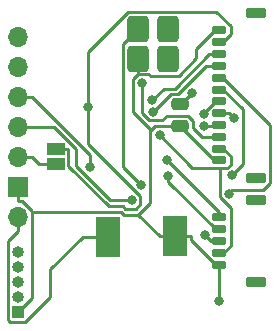
<source format=gbr>
%TF.GenerationSoftware,KiCad,Pcbnew,(7.0.0-0)*%
%TF.CreationDate,2023-03-02T20:45:30+01:00*%
%TF.ProjectId,OpenKNXiaO-Mini,4f70656e-4b4e-4586-9961-4f2d4d696e69,1.3*%
%TF.SameCoordinates,Original*%
%TF.FileFunction,Copper,L1,Top*%
%TF.FilePolarity,Positive*%
%FSLAX46Y46*%
G04 Gerber Fmt 4.6, Leading zero omitted, Abs format (unit mm)*
G04 Created by KiCad (PCBNEW (7.0.0-0)) date 2023-03-02 20:45:30*
%MOMM*%
%LPD*%
G01*
G04 APERTURE LIST*
G04 Aperture macros list*
%AMRoundRect*
0 Rectangle with rounded corners*
0 $1 Rounding radius*
0 $2 $3 $4 $5 $6 $7 $8 $9 X,Y pos of 4 corners*
0 Add a 4 corners polygon primitive as box body*
4,1,4,$2,$3,$4,$5,$6,$7,$8,$9,$2,$3,0*
0 Add four circle primitives for the rounded corners*
1,1,$1+$1,$2,$3*
1,1,$1+$1,$4,$5*
1,1,$1+$1,$6,$7*
1,1,$1+$1,$8,$9*
0 Add four rect primitives between the rounded corners*
20,1,$1+$1,$2,$3,$4,$5,0*
20,1,$1+$1,$4,$5,$6,$7,0*
20,1,$1+$1,$6,$7,$8,$9,0*
20,1,$1+$1,$8,$9,$2,$3,0*%
G04 Aperture macros list end*
%TA.AperFunction,EtchedComponent*%
%ADD10C,0.100000*%
%TD*%
%TA.AperFunction,SMDPad,CuDef*%
%ADD11RoundRect,0.150000X0.475000X-0.150000X0.475000X0.150000X-0.475000X0.150000X-0.475000X-0.150000X0*%
%TD*%
%TA.AperFunction,SMDPad,CuDef*%
%ADD12RoundRect,0.225000X0.625000X-0.225000X0.625000X0.225000X-0.625000X0.225000X-0.625000X-0.225000X0*%
%TD*%
%TA.AperFunction,SMDPad,CuDef*%
%ADD13R,1.500000X1.000000*%
%TD*%
%TA.AperFunction,SMDPad,CuDef*%
%ADD14R,2.000000X3.500000*%
%TD*%
%TA.AperFunction,SMDPad,CuDef*%
%ADD15RoundRect,0.250000X-0.475000X0.250000X-0.475000X-0.250000X0.475000X-0.250000X0.475000X0.250000X0*%
%TD*%
%TA.AperFunction,ComponentPad*%
%ADD16R,1.000000X1.000000*%
%TD*%
%TA.AperFunction,ComponentPad*%
%ADD17O,1.000000X1.000000*%
%TD*%
%TA.AperFunction,ComponentPad*%
%ADD18O,1.700000X1.700000*%
%TD*%
%TA.AperFunction,ComponentPad*%
%ADD19R,1.700000X1.700000*%
%TD*%
%TA.AperFunction,ComponentPad*%
%ADD20RoundRect,0.270000X-0.630000X-0.830000X0.630000X-0.830000X0.630000X0.830000X-0.630000X0.830000X0*%
%TD*%
%TA.AperFunction,ViaPad*%
%ADD21C,0.800000*%
%TD*%
%TA.AperFunction,Conductor*%
%ADD22C,0.250000*%
%TD*%
G04 APERTURE END LIST*
D10*
%TO.C,REF42*%
X127930000Y-116380000D02*
X127930000Y-116380000D01*
%TD*%
D11*
%TO.P,J5,1,Pin_1*%
%TO.N,KNX_GND*%
X130185000Y-121340000D03*
%TO.P,J5,2,Pin_2*%
%TO.N,S_3V3*%
X130185000Y-120340000D03*
%TO.P,J5,3,Pin_3*%
%TO.N,SWCLK*%
X130185000Y-119340000D03*
%TO.P,J5,4,Pin_4*%
%TO.N,SWDIO*%
X130185000Y-118340000D03*
%TO.P,J5,5,Pin_5*%
%TO.N,RESET*%
X130185000Y-117340000D03*
D12*
%TO.P,J5,MP*%
%TO.N,N/C*%
X133310000Y-122790000D03*
X133310000Y-115890000D03*
%TD*%
D11*
%TO.P,J7,1,Pin_1*%
%TO.N,KNX_GND*%
X130185000Y-112525000D03*
%TO.P,J7,2,Pin_2*%
%TO.N,S_3V3*%
X130185000Y-111525000D03*
%TO.P,J7,3,Pin_3*%
%TO.N,KNX_5V*%
X130185000Y-110525000D03*
%TO.P,J7,4,Pin_4*%
%TO.N,D1*%
X130185000Y-109525000D03*
%TO.P,J7,5,Pin_5*%
%TO.N,D2*%
X130185000Y-108525000D03*
%TO.P,J7,6,Pin_6*%
%TO.N,D3*%
X130185000Y-107525000D03*
%TO.P,J7,7,Pin_7*%
%TO.N,D4_SDA*%
X130185000Y-106525000D03*
%TO.P,J7,8,Pin_8*%
%TO.N,D5_SCL*%
X130185000Y-105525000D03*
%TO.P,J7,9,Pin_9*%
%TO.N,D8*%
X130185000Y-104525000D03*
%TO.P,J7,10,Pin_10*%
%TO.N,D9*%
X130185000Y-103525000D03*
%TO.P,J7,11,Pin_11*%
%TO.N,D10*%
X130185000Y-102525000D03*
%TO.P,J7,12,Pin_12*%
%TO.N,KNX_GND*%
X130185000Y-101525000D03*
D12*
%TO.P,J7,MP*%
%TO.N,N/C*%
X133310000Y-113975000D03*
X133310000Y-100075000D03*
%TD*%
D13*
%TO.P,JP4,1,A*%
%TO.N,KNX_SAVE*%
X116349999Y-112869999D03*
%TO.P,JP4,2,B*%
%TO.N,D10*%
X116349999Y-111569999D03*
%TD*%
D14*
%TO.P,J1,1,Pin_1*%
%TO.N,KNX+*%
X120734999Y-118981199D03*
%TO.P,J1,2,Pin_2*%
%TO.N,KNX_GND*%
X126474999Y-118963699D03*
%TD*%
D15*
%TO.P,C7,1*%
%TO.N,D0*%
X126860000Y-107720000D03*
%TO.P,C7,2*%
%TO.N,KNX_GND*%
X126860000Y-109620000D03*
%TD*%
D16*
%TO.P,J6,1,Pin_1*%
%TO.N,KNX_GND*%
X113139999Y-125349999D03*
D17*
%TO.P,J6,2,Pin_2*%
%TO.N,S_3V3*%
X113139999Y-124079999D03*
%TO.P,J6,3,Pin_3*%
%TO.N,SWCLK*%
X113139999Y-122809999D03*
%TO.P,J6,4,Pin_4*%
%TO.N,SWDIO*%
X113139999Y-121539999D03*
%TO.P,J6,5,Pin_5*%
%TO.N,RESET*%
X113139999Y-120269999D03*
%TD*%
D18*
%TO.P,GN1,1,KNX+*%
%TO.N,KNX+*%
X113139999Y-117309999D03*
D19*
%TO.P,GN1,2,GND*%
%TO.N,KNX_GND*%
X113139999Y-114769999D03*
D18*
%TO.P,GN1,3,SAVE*%
%TO.N,KNX_SAVE*%
X113139999Y-112229999D03*
%TO.P,GN1,4,Rx*%
%TO.N,KNX_RX*%
X113139999Y-109689999D03*
%TO.P,GN1,5,Tx*%
%TO.N,KNX_TX*%
X113139999Y-107149999D03*
%TO.P,GN1,6,3V3*%
%TO.N,unconnected-(GN1-3V3-Pad6)*%
X113139999Y-104609999D03*
%TO.P,GN1,7,Vcc2*%
%TO.N,KNX_5V*%
X113139999Y-102069999D03*
%TD*%
D20*
%TO.P,U1,17,PA31_SWDIO*%
%TO.N,SWDIO*%
X125880014Y-101390000D03*
%TO.P,U1,18,PA30_SWCLK*%
%TO.N,SWCLK*%
X123340014Y-101390000D03*
%TO.P,U1,19,RESET*%
%TO.N,RESET*%
X125880014Y-103930000D03*
%TO.P,U1,20,GND*%
%TO.N,KNX_GND*%
X123340014Y-103904954D03*
%TD*%
D21*
%TO.N,RESET*%
X125759800Y-112502200D03*
%TO.N,SWDIO*%
X125856200Y-113834000D03*
%TO.N,SWCLK*%
X123586800Y-114605700D03*
X128983000Y-118840800D03*
%TO.N,S_3V3*%
X125135100Y-110404100D03*
%TO.N,KNX_5V*%
X123647100Y-105930600D03*
%TO.N,D5_SCL*%
X131005500Y-115335800D03*
%TO.N,D4_SDA*%
X131308800Y-113762500D03*
%TO.N,KNX_GND*%
X130185000Y-124428300D03*
%TO.N,D1*%
X128916700Y-109627300D03*
%TO.N,D2*%
X131438700Y-108930900D03*
%TO.N,D3*%
X128937800Y-108607000D03*
%TO.N,D8*%
X124597000Y-108386500D03*
%TO.N,D9*%
X124535100Y-107386300D03*
%TO.N,D10*%
X119045400Y-108007200D03*
%TO.N,D0*%
X127872500Y-106803600D03*
%TO.N,KNX_TX*%
X119262200Y-113115500D03*
%TO.N,KNX_RX*%
X122769300Y-115866700D03*
%TD*%
D22*
%TO.N,RESET*%
X130185000Y-116927400D02*
X125759800Y-112502200D01*
X130185000Y-117340000D02*
X130185000Y-116927400D01*
%TO.N,SWDIO*%
X125856200Y-114310400D02*
X125856200Y-113834000D01*
X129885800Y-118340000D02*
X125856200Y-114310400D01*
X130185000Y-118340000D02*
X129885800Y-118340000D01*
%TO.N,SWCLK*%
X122062300Y-113081200D02*
X123586800Y-114605700D01*
X122062300Y-102667700D02*
X122062300Y-113081200D01*
X123340000Y-101390000D02*
X122062300Y-102667700D01*
X129482200Y-119340000D02*
X130185000Y-119340000D01*
X128983000Y-118840800D02*
X129482200Y-119340000D01*
%TO.N,S_3V3*%
X127892300Y-113161300D02*
X130279700Y-113161300D01*
X125135100Y-110404100D02*
X127892300Y-113161300D01*
X130865500Y-113161300D02*
X130279700Y-113161300D01*
X131144000Y-112882800D02*
X130865500Y-113161300D01*
X131144000Y-112150900D02*
X131144000Y-112882800D01*
X130518100Y-111525000D02*
X131144000Y-112150900D01*
X130185000Y-111525000D02*
X130518100Y-111525000D01*
X130559300Y-120340000D02*
X130185000Y-120340000D01*
X131179000Y-119720300D02*
X130559300Y-120340000D01*
X131179000Y-116534700D02*
X131179000Y-119720300D01*
X130279700Y-115635400D02*
X131179000Y-116534700D01*
X130279700Y-113161300D02*
X130279700Y-115635400D01*
%TO.N,KNX+*%
X118635500Y-118981200D02*
X120735000Y-118981200D01*
X115857300Y-121759400D02*
X118635500Y-118981200D01*
X115857300Y-124100700D02*
X115857300Y-121759400D01*
X113782800Y-126175200D02*
X115857300Y-124100700D01*
X112492900Y-126175200D02*
X113782800Y-126175200D01*
X112314800Y-125997100D02*
X112492900Y-126175200D01*
X112314800Y-119310300D02*
X112314800Y-125997100D01*
X113140000Y-118485100D02*
X112314800Y-119310300D01*
X113140000Y-117310000D02*
X113140000Y-118485100D01*
%TO.N,KNX_5V*%
X128761300Y-110525000D02*
X130185000Y-110525000D01*
X127977100Y-109740800D02*
X128761300Y-110525000D01*
X127977100Y-109180300D02*
X127977100Y-109740800D01*
X127553300Y-108756500D02*
X127977100Y-109180300D01*
X125734300Y-108756500D02*
X127553300Y-108756500D01*
X125379000Y-109111800D02*
X125734300Y-108756500D01*
X124225900Y-109111800D02*
X125379000Y-109111800D01*
X123647100Y-108533000D02*
X124225900Y-109111800D01*
X123647100Y-105930600D02*
X123647100Y-108533000D01*
%TO.N,KNX_SAVE*%
X114955100Y-112870000D02*
X116350000Y-112870000D01*
X114315100Y-112230000D02*
X114955100Y-112870000D01*
X113140000Y-112230000D02*
X114315100Y-112230000D01*
%TO.N,D5_SCL*%
X131312000Y-115029300D02*
X131005500Y-115335800D01*
X133913300Y-115029300D02*
X131312000Y-115029300D01*
X134507000Y-114435600D02*
X133913300Y-115029300D01*
X134507000Y-109537800D02*
X134507000Y-114435600D01*
X130494200Y-105525000D02*
X134507000Y-109537800D01*
X130185000Y-105525000D02*
X130494200Y-105525000D01*
%TO.N,D4_SDA*%
X132204700Y-112866600D02*
X131308800Y-113762500D01*
X132204700Y-108208500D02*
X132204700Y-112866600D01*
X130521200Y-106525000D02*
X132204700Y-108208500D01*
X130185000Y-106525000D02*
X130521200Y-106525000D01*
%TO.N,KNX_GND*%
X126475000Y-118963700D02*
X125149900Y-118963700D01*
X126475000Y-118963700D02*
X127800100Y-118963700D01*
X113140000Y-114770000D02*
X113140000Y-115945100D01*
X114315100Y-124174900D02*
X114315100Y-116903500D01*
X113140000Y-125350000D02*
X114315100Y-124174900D01*
X113478000Y-115945100D02*
X113140000Y-115945100D01*
X114315100Y-116782200D02*
X113478000Y-115945100D01*
X114315100Y-116903500D02*
X114315100Y-116782200D01*
X129765000Y-112525000D02*
X130185000Y-112525000D01*
X126860000Y-109620000D02*
X129765000Y-112525000D01*
X129887200Y-121340000D02*
X130185000Y-121340000D01*
X127800100Y-119252900D02*
X129887200Y-121340000D01*
X127800100Y-118963700D02*
X127800100Y-119252900D01*
X123324000Y-117137800D02*
X125149900Y-118963700D01*
X122146700Y-117137800D02*
X123324000Y-117137800D01*
X121912400Y-116903500D02*
X122146700Y-117137800D01*
X114315100Y-116903500D02*
X121912400Y-116903500D01*
X130185000Y-121340000D02*
X130185000Y-124428300D01*
X124779200Y-109620000D02*
X124437500Y-109961700D01*
X126860000Y-109620000D02*
X124779200Y-109620000D01*
X124323600Y-116138200D02*
X123324000Y-117137800D01*
X124323600Y-110075600D02*
X124323600Y-116138200D01*
X124437500Y-109961700D02*
X124323600Y-110075600D01*
X123340000Y-105181100D02*
X123340000Y-103905000D01*
X122912300Y-105608800D02*
X123340000Y-105181100D01*
X122912300Y-108436500D02*
X122912300Y-105608800D01*
X124437500Y-109961700D02*
X122912300Y-108436500D01*
X129793100Y-101525000D02*
X130185000Y-101525000D01*
X128243600Y-103074500D02*
X129793100Y-101525000D01*
X128243600Y-103884900D02*
X128243600Y-103074500D01*
X126769600Y-105358900D02*
X128243600Y-103884900D01*
X124375000Y-105358900D02*
X126769600Y-105358900D01*
X124197200Y-105181100D02*
X124375000Y-105358900D01*
X123340000Y-105181100D02*
X124197200Y-105181100D01*
%TO.N,D1*%
X130082700Y-109627300D02*
X130185000Y-109525000D01*
X128916700Y-109627300D02*
X130082700Y-109627300D01*
%TO.N,D2*%
X131032800Y-108525000D02*
X130185000Y-108525000D01*
X131438700Y-108930900D02*
X131032800Y-108525000D01*
%TO.N,D3*%
X129887100Y-107525000D02*
X130185000Y-107525000D01*
X128937800Y-108474300D02*
X129887100Y-107525000D01*
X128937800Y-108607000D02*
X128937800Y-108474300D01*
%TO.N,D8*%
X126089700Y-106893800D02*
X124597000Y-108386500D01*
X126699900Y-106893800D02*
X126089700Y-106893800D01*
X129068700Y-104525000D02*
X126699900Y-106893800D01*
X130185000Y-104525000D02*
X129068700Y-104525000D01*
%TO.N,D9*%
X125477700Y-106443700D02*
X124535100Y-107386300D01*
X126423900Y-106443700D02*
X125477700Y-106443700D01*
X129342600Y-103525000D02*
X126423900Y-106443700D01*
X130185000Y-103525000D02*
X129342600Y-103525000D01*
%TO.N,D10*%
X130501800Y-102525000D02*
X130185000Y-102525000D01*
X131185700Y-101841100D02*
X130501800Y-102525000D01*
X131185700Y-101172000D02*
X131185700Y-101841100D01*
X129933600Y-99919900D02*
X131185700Y-101172000D01*
X122468700Y-99919900D02*
X129933600Y-99919900D01*
X119045400Y-103343200D02*
X122468700Y-99919900D01*
X119045400Y-108007200D02*
X119045400Y-103343200D01*
X116350000Y-111570000D02*
X117425100Y-111570000D01*
X119045400Y-111117400D02*
X119045400Y-108007200D01*
X123494400Y-115566400D02*
X119045400Y-111117400D01*
X123494400Y-116235200D02*
X123494400Y-115566400D01*
X123126200Y-116603400D02*
X123494400Y-116235200D01*
X122248900Y-116603400D02*
X123126200Y-116603400D01*
X122062900Y-116417400D02*
X122248900Y-116603400D01*
X120867800Y-116417400D02*
X122062900Y-116417400D01*
X117425100Y-112974700D02*
X120867800Y-116417400D01*
X117425100Y-111570000D02*
X117425100Y-112974700D01*
%TO.N,D0*%
X126956100Y-107720000D02*
X127872500Y-106803600D01*
X126860000Y-107720000D02*
X126956100Y-107720000D01*
%TO.N,KNX_TX*%
X119262200Y-112097100D02*
X114315100Y-107150000D01*
X119262200Y-113115500D02*
X119262200Y-112097100D01*
X113140000Y-107150000D02*
X114315100Y-107150000D01*
%TO.N,KNX_RX*%
X116188900Y-109690000D02*
X113140000Y-109690000D01*
X118058100Y-111559200D02*
X116188900Y-109690000D01*
X118058100Y-112957500D02*
X118058100Y-111559200D01*
X120967300Y-115866700D02*
X118058100Y-112957500D01*
X122769300Y-115866700D02*
X120967300Y-115866700D01*
%TD*%
M02*

</source>
